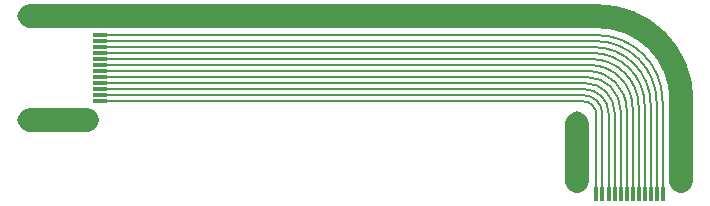
<source format=gbr>
%TF.GenerationSoftware,KiCad,Pcbnew,8.0.6*%
%TF.CreationDate,2025-04-07T23:29:29+03:00*%
%TF.ProjectId,USBC_90deg,55534243-5f39-4306-9465-672e6b696361,rev?*%
%TF.SameCoordinates,Original*%
%TF.FileFunction,Copper,L1,Top*%
%TF.FilePolarity,Positive*%
%FSLAX46Y46*%
G04 Gerber Fmt 4.6, Leading zero omitted, Abs format (unit mm)*
G04 Created by KiCad (PCBNEW 8.0.6) date 2025-04-07 23:29:29*
%MOMM*%
%LPD*%
G01*
G04 APERTURE LIST*
%TA.AperFunction,SMDPad,CuDef*%
%ADD10R,0.300000X1.150000*%
%TD*%
%TA.AperFunction,ComponentPad*%
%ADD11O,1.000000X2.200000*%
%TD*%
%TA.AperFunction,ComponentPad*%
%ADD12O,1.000000X1.800000*%
%TD*%
%TA.AperFunction,SMDPad,CuDef*%
%ADD13R,1.150000X0.300000*%
%TD*%
%TA.AperFunction,ComponentPad*%
%ADD14O,2.200000X1.000000*%
%TD*%
%TA.AperFunction,ComponentPad*%
%ADD15O,1.800000X1.000000*%
%TD*%
%TA.AperFunction,Conductor*%
%ADD16C,2.000000*%
%TD*%
%TA.AperFunction,Conductor*%
%ADD17C,0.200000*%
%TD*%
G04 APERTURE END LIST*
D10*
%TO.P,P1,A1,GND*%
%TO.N,Net-(P1-GND-PadA1)*%
X109200000Y-89965000D03*
%TO.P,P1,A2,TX1+*%
%TO.N,Net-(P1-TX1+)*%
X109710000Y-89965000D03*
%TO.P,P1,A3,TX1-*%
%TO.N,Net-(P1-TX1-)*%
X110230000Y-89965000D03*
%TO.P,P1,A4,VBUS*%
%TO.N,Net-(P1-VBUS-PadA4)*%
X110740000Y-89965000D03*
%TO.P,P1,A5,CC*%
%TO.N,Net-(P1-CC)*%
X111250000Y-89965000D03*
%TO.P,P1,A6,D+*%
%TO.N,Net-(P1-D+)*%
X111760000Y-89965000D03*
%TO.P,P1,A7,D-*%
%TO.N,Net-(P1-D-)*%
X112270000Y-89965000D03*
%TO.P,P1,A8,SBU1*%
%TO.N,Net-(P1-SBU1)*%
X112780000Y-89965000D03*
%TO.P,P1,B5,VCONN*%
%TO.N,Net-(P1-VCONN)*%
X114800000Y-89965000D03*
%TO.P,P1,B8,SBU2*%
%TO.N,Net-(P1-SBU2)*%
X113290000Y-89965000D03*
%TO.P,P1,B10,RX1-*%
%TO.N,Net-(P1-RX1-)*%
X113790000Y-89965000D03*
%TO.P,P1,B11,RX1+*%
%TO.N,Net-(P1-RX1+)*%
X114300000Y-89965000D03*
D11*
%TO.P,P1,S1,SHIELD*%
%TO.N,Net-(P1-SHIELD)*%
X107600000Y-84030000D03*
D12*
X107600000Y-88830000D03*
D11*
X116400000Y-84030000D03*
D12*
X116400000Y-88830000D03*
%TD*%
D13*
%TO.P,P2,A1,GND*%
%TO.N,Net-(P1-GND-PadA1)*%
X67175000Y-82090000D03*
%TO.P,P2,A2,TX1+*%
%TO.N,Net-(P1-TX1+)*%
X67175000Y-81580000D03*
%TO.P,P2,A3,TX1-*%
%TO.N,Net-(P1-TX1-)*%
X67175000Y-81060000D03*
%TO.P,P2,A4,VBUS*%
%TO.N,Net-(P1-VBUS-PadA4)*%
X67175000Y-80550000D03*
%TO.P,P2,A5,CC*%
%TO.N,Net-(P1-CC)*%
X67175000Y-80040000D03*
%TO.P,P2,A6,D+*%
%TO.N,Net-(P1-D+)*%
X67175000Y-79530000D03*
%TO.P,P2,A7,D-*%
%TO.N,Net-(P1-D-)*%
X67175000Y-79020000D03*
%TO.P,P2,A8,SBU1*%
%TO.N,Net-(P1-SBU1)*%
X67175000Y-78510000D03*
%TO.P,P2,B5,VCONN*%
%TO.N,Net-(P1-VCONN)*%
X67175000Y-76490000D03*
%TO.P,P2,B8,SBU2*%
%TO.N,Net-(P1-SBU2)*%
X67175000Y-78000000D03*
%TO.P,P2,B10,RX1-*%
%TO.N,Net-(P1-RX1-)*%
X67175000Y-77500000D03*
%TO.P,P2,B11,RX1+*%
%TO.N,Net-(P1-RX1+)*%
X67175000Y-76990000D03*
D14*
%TO.P,P2,S1,SHIELD*%
%TO.N,Net-(P1-SHIELD)*%
X61240000Y-83690000D03*
D15*
X66040000Y-83690000D03*
D14*
X61240000Y-74890000D03*
D15*
X66040000Y-74890000D03*
%TD*%
D16*
%TO.N,Net-(P1-SHIELD)*%
X107600000Y-88830000D02*
X107600000Y-84030000D01*
X109346182Y-74890000D02*
G75*
G02*
X116400000Y-81943818I18J-7053800D01*
G01*
X116400000Y-84030000D02*
X116400000Y-81943818D01*
X109346182Y-74890000D02*
X66040000Y-74890000D01*
X61240000Y-74890000D02*
X66040000Y-74890000D01*
X61240000Y-83690000D02*
X66040000Y-83690000D01*
D17*
%TO.N,Net-(P1-VCONN)*%
X114800000Y-82037227D02*
G75*
G03*
X109252773Y-76490000I-5547230J-3D01*
G01*
%TO.N,Net-(P1-RX1+)*%
X109125304Y-76990000D02*
G75*
G02*
X114300000Y-82164696I-4J-5174700D01*
G01*
%TO.N,Net-(P1-RX1-)*%
X108989197Y-77500000D02*
G75*
G02*
X113790000Y-82300803I3J-4800800D01*
G01*
%TO.N,Net-(P1-SBU2)*%
X108862770Y-78000000D02*
G75*
G02*
X113290000Y-82427230I30J-4427200D01*
G01*
%TO.N,Net-(P1-SBU1)*%
X108759840Y-78510000D02*
G75*
G02*
X112780000Y-82530160I-40J-4020200D01*
G01*
%TO.N,Net-(P1-D-)*%
X112270000Y-82642432D02*
G75*
G03*
X108647568Y-79020000I-3622400J32D01*
G01*
%TO.N,Net-(P1-D+)*%
X108513603Y-79530000D02*
G75*
G02*
X111760000Y-82776397I-3J-3246400D01*
G01*
%TO.N,Net-(P1-CC)*%
X111250000Y-82865854D02*
G75*
G03*
X108424146Y-80040000I-2825900J-46D01*
G01*
%TO.N,Net-(P1-VBUS-PadA4)*%
X108268253Y-80550000D02*
G75*
G02*
X110740000Y-83021747I47J-2471700D01*
G01*
%TO.N,Net-(P1-TX1-)*%
X110230000Y-83099725D02*
G75*
G03*
X108190275Y-81060000I-2039700J25D01*
G01*
%TO.N,Net-(P1-VCONN)*%
X114800000Y-89965000D02*
X114800000Y-82037227D01*
X67175000Y-76490000D02*
X109252773Y-76490000D01*
%TO.N,Net-(P1-RX1+)*%
X114300000Y-89965000D02*
X114300000Y-82164696D01*
X67175000Y-76990000D02*
X109125304Y-76990000D01*
%TO.N,Net-(P1-RX1-)*%
X113790000Y-89965000D02*
X113790000Y-82300803D01*
X67175000Y-77500000D02*
X108989197Y-77500000D01*
%TO.N,Net-(P1-SBU2)*%
X113290000Y-89965000D02*
X113290000Y-82427230D01*
X67175000Y-78000000D02*
X108862770Y-78000000D01*
%TO.N,Net-(P1-SBU1)*%
X112780000Y-89965000D02*
X112780000Y-82530160D01*
X67175000Y-78510000D02*
X108759840Y-78510000D01*
%TO.N,Net-(P1-D-)*%
X112270000Y-89965000D02*
X112270000Y-82642432D01*
X67175000Y-79020000D02*
X108647568Y-79020000D01*
%TO.N,Net-(P1-D+)*%
X111760000Y-89965000D02*
X111760000Y-82776397D01*
X67175000Y-79530000D02*
X108513603Y-79530000D01*
%TO.N,Net-(P1-CC)*%
X111250000Y-89965000D02*
X111250000Y-82865854D01*
X67175000Y-80040000D02*
X108424146Y-80040000D01*
%TO.N,Net-(P1-VBUS-PadA4)*%
X110740000Y-89965000D02*
X110740000Y-83021747D01*
X67175000Y-80550000D02*
X108268253Y-80550000D01*
%TO.N,Net-(P1-TX1-)*%
X67175000Y-81060000D02*
X108190275Y-81060000D01*
X110230000Y-83099725D02*
X110230000Y-89965000D01*
%TO.N,Net-(P1-TX1+)*%
X108110443Y-81580000D02*
G75*
G02*
X109710000Y-83179557I-43J-1599600D01*
G01*
X67175000Y-81580000D02*
X108110443Y-81580000D01*
X109710000Y-83179557D02*
X109710000Y-89965000D01*
%TO.N,Net-(P1-GND-PadA1)*%
X109200000Y-83226898D02*
G75*
G03*
X108063102Y-82090000I-1136900J-2D01*
G01*
X67175000Y-82090000D02*
X108063102Y-82090000D01*
X109200000Y-83226898D02*
X109200000Y-89965000D01*
D16*
%TO.N,Net-(P1-SHIELD)*%
X116400000Y-84030000D02*
X116400000Y-82930498D01*
D17*
X107700000Y-84020000D02*
X107690000Y-84030000D01*
D16*
X116400000Y-88830000D02*
X116400000Y-84030000D01*
D17*
%TO.N,Net-(P1-GND-PadA1)*%
X67175049Y-82089951D02*
X67175000Y-82090000D01*
%TD*%
M02*

</source>
